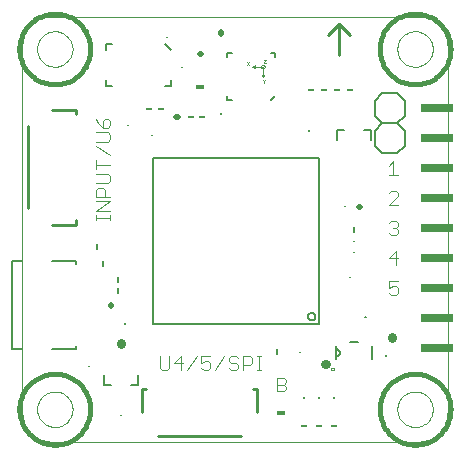
<source format=gto>
G75*
G70*
%OFA0B0*%
%FSLAX24Y24*%
%IPPOS*%
%LPD*%
%AMOC8*
5,1,8,0,0,1.08239X$1,22.5*
%
%ADD10C,0.0000*%
%ADD11C,0.0100*%
%ADD12C,0.0040*%
%ADD13C,0.0160*%
%ADD14C,0.0080*%
%ADD15C,0.0060*%
%ADD16C,0.0039*%
%ADD17C,0.0020*%
%ADD18C,0.0197*%
%ADD19C,0.0030*%
%ADD20R,0.1100X0.0250*%
%ADD21C,0.0295*%
%ADD22C,0.0050*%
%ADD23R,0.0236X0.0060*%
%ADD24R,0.0300X0.0180*%
%ADD25R,0.0060X0.0236*%
%ADD26R,0.0098X0.0098*%
D10*
X011483Y005999D02*
X011483Y018203D01*
X011485Y018265D01*
X011491Y018326D01*
X011500Y018387D01*
X011514Y018448D01*
X011531Y018507D01*
X011552Y018565D01*
X011577Y018622D01*
X011605Y018677D01*
X011636Y018730D01*
X011671Y018781D01*
X011709Y018830D01*
X011750Y018877D01*
X011793Y018920D01*
X011840Y018961D01*
X011889Y018999D01*
X011940Y019034D01*
X011993Y019065D01*
X012048Y019093D01*
X012105Y019118D01*
X012163Y019139D01*
X012222Y019156D01*
X012283Y019170D01*
X012344Y019179D01*
X012405Y019185D01*
X012467Y019187D01*
X012467Y019188D02*
X024672Y019188D01*
X024672Y019187D02*
X024734Y019185D01*
X024795Y019179D01*
X024856Y019170D01*
X024917Y019156D01*
X024976Y019139D01*
X025034Y019118D01*
X025091Y019093D01*
X025146Y019065D01*
X025199Y019034D01*
X025250Y018999D01*
X025299Y018961D01*
X025346Y018920D01*
X025389Y018877D01*
X025430Y018830D01*
X025468Y018781D01*
X025503Y018730D01*
X025534Y018677D01*
X025562Y018622D01*
X025587Y018565D01*
X025608Y018507D01*
X025625Y018448D01*
X025639Y018387D01*
X025648Y018326D01*
X025654Y018265D01*
X025656Y018203D01*
X025656Y005999D01*
X025654Y005937D01*
X025648Y005876D01*
X025639Y005815D01*
X025625Y005754D01*
X025608Y005695D01*
X025587Y005637D01*
X025562Y005580D01*
X025534Y005525D01*
X025503Y005472D01*
X025468Y005421D01*
X025430Y005372D01*
X025389Y005325D01*
X025346Y005282D01*
X025299Y005241D01*
X025250Y005203D01*
X025199Y005168D01*
X025146Y005137D01*
X025091Y005109D01*
X025034Y005084D01*
X024976Y005063D01*
X024917Y005046D01*
X024856Y005032D01*
X024795Y005023D01*
X024734Y005017D01*
X024672Y005015D01*
X024672Y005014D02*
X012467Y005014D01*
X012467Y005015D02*
X012405Y005017D01*
X012344Y005023D01*
X012283Y005032D01*
X012222Y005046D01*
X012163Y005063D01*
X012105Y005084D01*
X012048Y005109D01*
X011993Y005137D01*
X011940Y005168D01*
X011889Y005203D01*
X011840Y005241D01*
X011793Y005282D01*
X011750Y005325D01*
X011709Y005372D01*
X011671Y005421D01*
X011636Y005472D01*
X011605Y005525D01*
X011577Y005580D01*
X011552Y005637D01*
X011531Y005695D01*
X011514Y005754D01*
X011500Y005815D01*
X011491Y005876D01*
X011485Y005937D01*
X011483Y005999D01*
X011975Y006097D02*
X011977Y006145D01*
X011983Y006193D01*
X011993Y006240D01*
X012006Y006286D01*
X012024Y006331D01*
X012044Y006375D01*
X012069Y006417D01*
X012097Y006456D01*
X012127Y006493D01*
X012161Y006527D01*
X012198Y006559D01*
X012236Y006588D01*
X012277Y006613D01*
X012320Y006635D01*
X012365Y006653D01*
X012411Y006667D01*
X012458Y006678D01*
X012506Y006685D01*
X012554Y006688D01*
X012602Y006687D01*
X012650Y006682D01*
X012698Y006673D01*
X012744Y006661D01*
X012789Y006644D01*
X012833Y006624D01*
X012875Y006601D01*
X012915Y006574D01*
X012953Y006544D01*
X012988Y006511D01*
X013020Y006475D01*
X013050Y006437D01*
X013076Y006396D01*
X013098Y006353D01*
X013118Y006309D01*
X013133Y006264D01*
X013145Y006217D01*
X013153Y006169D01*
X013157Y006121D01*
X013157Y006073D01*
X013153Y006025D01*
X013145Y005977D01*
X013133Y005930D01*
X013118Y005885D01*
X013098Y005841D01*
X013076Y005798D01*
X013050Y005757D01*
X013020Y005719D01*
X012988Y005683D01*
X012953Y005650D01*
X012915Y005620D01*
X012875Y005593D01*
X012833Y005570D01*
X012789Y005550D01*
X012744Y005533D01*
X012698Y005521D01*
X012650Y005512D01*
X012602Y005507D01*
X012554Y005506D01*
X012506Y005509D01*
X012458Y005516D01*
X012411Y005527D01*
X012365Y005541D01*
X012320Y005559D01*
X012277Y005581D01*
X012236Y005606D01*
X012198Y005635D01*
X012161Y005667D01*
X012127Y005701D01*
X012097Y005738D01*
X012069Y005777D01*
X012044Y005819D01*
X012024Y005863D01*
X012006Y005908D01*
X011993Y005954D01*
X011983Y006001D01*
X011977Y006049D01*
X011975Y006097D01*
X023983Y006097D02*
X023985Y006145D01*
X023991Y006193D01*
X024001Y006240D01*
X024014Y006286D01*
X024032Y006331D01*
X024052Y006375D01*
X024077Y006417D01*
X024105Y006456D01*
X024135Y006493D01*
X024169Y006527D01*
X024206Y006559D01*
X024244Y006588D01*
X024285Y006613D01*
X024328Y006635D01*
X024373Y006653D01*
X024419Y006667D01*
X024466Y006678D01*
X024514Y006685D01*
X024562Y006688D01*
X024610Y006687D01*
X024658Y006682D01*
X024706Y006673D01*
X024752Y006661D01*
X024797Y006644D01*
X024841Y006624D01*
X024883Y006601D01*
X024923Y006574D01*
X024961Y006544D01*
X024996Y006511D01*
X025028Y006475D01*
X025058Y006437D01*
X025084Y006396D01*
X025106Y006353D01*
X025126Y006309D01*
X025141Y006264D01*
X025153Y006217D01*
X025161Y006169D01*
X025165Y006121D01*
X025165Y006073D01*
X025161Y006025D01*
X025153Y005977D01*
X025141Y005930D01*
X025126Y005885D01*
X025106Y005841D01*
X025084Y005798D01*
X025058Y005757D01*
X025028Y005719D01*
X024996Y005683D01*
X024961Y005650D01*
X024923Y005620D01*
X024883Y005593D01*
X024841Y005570D01*
X024797Y005550D01*
X024752Y005533D01*
X024706Y005521D01*
X024658Y005512D01*
X024610Y005507D01*
X024562Y005506D01*
X024514Y005509D01*
X024466Y005516D01*
X024419Y005527D01*
X024373Y005541D01*
X024328Y005559D01*
X024285Y005581D01*
X024244Y005606D01*
X024206Y005635D01*
X024169Y005667D01*
X024135Y005701D01*
X024105Y005738D01*
X024077Y005777D01*
X024052Y005819D01*
X024032Y005863D01*
X024014Y005908D01*
X024001Y005954D01*
X023991Y006001D01*
X023985Y006049D01*
X023983Y006097D01*
X023983Y018105D02*
X023985Y018153D01*
X023991Y018201D01*
X024001Y018248D01*
X024014Y018294D01*
X024032Y018339D01*
X024052Y018383D01*
X024077Y018425D01*
X024105Y018464D01*
X024135Y018501D01*
X024169Y018535D01*
X024206Y018567D01*
X024244Y018596D01*
X024285Y018621D01*
X024328Y018643D01*
X024373Y018661D01*
X024419Y018675D01*
X024466Y018686D01*
X024514Y018693D01*
X024562Y018696D01*
X024610Y018695D01*
X024658Y018690D01*
X024706Y018681D01*
X024752Y018669D01*
X024797Y018652D01*
X024841Y018632D01*
X024883Y018609D01*
X024923Y018582D01*
X024961Y018552D01*
X024996Y018519D01*
X025028Y018483D01*
X025058Y018445D01*
X025084Y018404D01*
X025106Y018361D01*
X025126Y018317D01*
X025141Y018272D01*
X025153Y018225D01*
X025161Y018177D01*
X025165Y018129D01*
X025165Y018081D01*
X025161Y018033D01*
X025153Y017985D01*
X025141Y017938D01*
X025126Y017893D01*
X025106Y017849D01*
X025084Y017806D01*
X025058Y017765D01*
X025028Y017727D01*
X024996Y017691D01*
X024961Y017658D01*
X024923Y017628D01*
X024883Y017601D01*
X024841Y017578D01*
X024797Y017558D01*
X024752Y017541D01*
X024706Y017529D01*
X024658Y017520D01*
X024610Y017515D01*
X024562Y017514D01*
X024514Y017517D01*
X024466Y017524D01*
X024419Y017535D01*
X024373Y017549D01*
X024328Y017567D01*
X024285Y017589D01*
X024244Y017614D01*
X024206Y017643D01*
X024169Y017675D01*
X024135Y017709D01*
X024105Y017746D01*
X024077Y017785D01*
X024052Y017827D01*
X024032Y017871D01*
X024014Y017916D01*
X024001Y017962D01*
X023991Y018009D01*
X023985Y018057D01*
X023983Y018105D01*
X011975Y018105D02*
X011977Y018153D01*
X011983Y018201D01*
X011993Y018248D01*
X012006Y018294D01*
X012024Y018339D01*
X012044Y018383D01*
X012069Y018425D01*
X012097Y018464D01*
X012127Y018501D01*
X012161Y018535D01*
X012198Y018567D01*
X012236Y018596D01*
X012277Y018621D01*
X012320Y018643D01*
X012365Y018661D01*
X012411Y018675D01*
X012458Y018686D01*
X012506Y018693D01*
X012554Y018696D01*
X012602Y018695D01*
X012650Y018690D01*
X012698Y018681D01*
X012744Y018669D01*
X012789Y018652D01*
X012833Y018632D01*
X012875Y018609D01*
X012915Y018582D01*
X012953Y018552D01*
X012988Y018519D01*
X013020Y018483D01*
X013050Y018445D01*
X013076Y018404D01*
X013098Y018361D01*
X013118Y018317D01*
X013133Y018272D01*
X013145Y018225D01*
X013153Y018177D01*
X013157Y018129D01*
X013157Y018081D01*
X013153Y018033D01*
X013145Y017985D01*
X013133Y017938D01*
X013118Y017893D01*
X013098Y017849D01*
X013076Y017806D01*
X013050Y017765D01*
X013020Y017727D01*
X012988Y017691D01*
X012953Y017658D01*
X012915Y017628D01*
X012875Y017601D01*
X012833Y017578D01*
X012789Y017558D01*
X012744Y017541D01*
X012698Y017529D01*
X012650Y017520D01*
X012602Y017515D01*
X012554Y017514D01*
X012506Y017517D01*
X012458Y017524D01*
X012411Y017535D01*
X012365Y017549D01*
X012320Y017567D01*
X012277Y017589D01*
X012236Y017614D01*
X012198Y017643D01*
X012161Y017675D01*
X012127Y017709D01*
X012097Y017746D01*
X012069Y017785D01*
X012044Y017827D01*
X012024Y017871D01*
X012006Y017916D01*
X011993Y017962D01*
X011983Y018009D01*
X011977Y018057D01*
X011975Y018105D01*
D11*
X012461Y016089D02*
X013258Y016089D01*
X013258Y015942D01*
X011684Y015549D02*
X011684Y012793D01*
X012461Y012252D02*
X013258Y012252D01*
X013258Y012399D01*
X015471Y006789D02*
X015618Y006789D01*
X015471Y006789D02*
X015471Y005992D01*
X016011Y005216D02*
X018767Y005216D01*
X019308Y005992D02*
X019308Y006789D01*
X019161Y006789D01*
X022046Y017921D02*
X022046Y018952D01*
X022421Y018577D01*
X022046Y018952D02*
X021671Y018577D01*
D12*
X023852Y014370D02*
X023852Y013909D01*
X023699Y013909D02*
X024006Y013909D01*
X023699Y014216D02*
X023852Y014370D01*
X023776Y013370D02*
X023699Y013293D01*
X023776Y013370D02*
X023929Y013370D01*
X024006Y013293D01*
X024006Y013216D01*
X023699Y012909D01*
X024006Y012909D01*
X023929Y012370D02*
X024006Y012293D01*
X024006Y012216D01*
X023929Y012140D01*
X024006Y012063D01*
X024006Y011986D01*
X023929Y011909D01*
X023776Y011909D01*
X023699Y011986D01*
X023852Y012140D02*
X023929Y012140D01*
X023929Y012370D02*
X023776Y012370D01*
X023699Y012293D01*
X023929Y011370D02*
X023699Y011140D01*
X024006Y011140D01*
X023929Y011370D02*
X023929Y010909D01*
X024006Y010370D02*
X023699Y010370D01*
X023699Y010140D01*
X023852Y010216D01*
X023929Y010216D01*
X024006Y010140D01*
X024006Y009986D01*
X023929Y009909D01*
X023776Y009909D01*
X023699Y009986D01*
X019442Y007870D02*
X019288Y007870D01*
X019365Y007870D02*
X019365Y007409D01*
X019288Y007409D02*
X019442Y007409D01*
X019135Y007640D02*
X019058Y007563D01*
X018828Y007563D01*
X018675Y007563D02*
X018675Y007486D01*
X018598Y007409D01*
X018444Y007409D01*
X018368Y007486D01*
X018444Y007640D02*
X018598Y007640D01*
X018675Y007563D01*
X018828Y007409D02*
X018828Y007870D01*
X019058Y007870D01*
X019135Y007793D01*
X019135Y007640D01*
X018675Y007793D02*
X018598Y007870D01*
X018444Y007870D01*
X018368Y007793D01*
X018368Y007716D01*
X018444Y007640D01*
X018214Y007870D02*
X017907Y007409D01*
X017754Y007486D02*
X017754Y007640D01*
X017677Y007716D01*
X017600Y007716D01*
X017447Y007640D01*
X017447Y007870D01*
X017754Y007870D01*
X017293Y007870D02*
X016986Y007409D01*
X016756Y007409D02*
X016756Y007870D01*
X016526Y007640D01*
X016833Y007640D01*
X017447Y007486D02*
X017524Y007409D01*
X017677Y007409D01*
X017754Y007486D01*
X016373Y007486D02*
X016373Y007870D01*
X016066Y007870D02*
X016066Y007486D01*
X016142Y007409D01*
X016296Y007409D01*
X016373Y007486D01*
X019972Y007151D02*
X019972Y006691D01*
X020202Y006691D01*
X020279Y006767D01*
X020279Y006844D01*
X020202Y006921D01*
X019972Y006921D01*
X019972Y007151D02*
X020202Y007151D01*
X020279Y007074D01*
X020279Y006998D01*
X020202Y006921D01*
X014401Y012411D02*
X014401Y012564D01*
X014401Y012488D02*
X013940Y012488D01*
X013940Y012564D02*
X013940Y012411D01*
X013940Y012718D02*
X014401Y013025D01*
X013940Y013025D01*
X013940Y013178D02*
X013940Y013408D01*
X014017Y013485D01*
X014170Y013485D01*
X014247Y013408D01*
X014247Y013178D01*
X014401Y013178D02*
X013940Y013178D01*
X013940Y012718D02*
X014401Y012718D01*
X014324Y013639D02*
X013940Y013639D01*
X013940Y013946D02*
X014324Y013946D01*
X014401Y013869D01*
X014401Y013715D01*
X014324Y013639D01*
X013940Y014099D02*
X013940Y014406D01*
X013940Y014253D02*
X014401Y014253D01*
X014401Y014559D02*
X013940Y014866D01*
X013940Y015020D02*
X014324Y015020D01*
X014401Y015097D01*
X014401Y015250D01*
X014324Y015327D01*
X013940Y015327D01*
X014170Y015480D02*
X014170Y015710D01*
X014247Y015787D01*
X014324Y015787D01*
X014401Y015710D01*
X014401Y015557D01*
X014324Y015480D01*
X014170Y015480D01*
X014017Y015634D01*
X013940Y015787D01*
D13*
X011385Y018105D02*
X011387Y018174D01*
X011393Y018242D01*
X011403Y018310D01*
X011417Y018377D01*
X011435Y018444D01*
X011456Y018509D01*
X011482Y018573D01*
X011511Y018635D01*
X011543Y018695D01*
X011579Y018754D01*
X011619Y018810D01*
X011661Y018864D01*
X011707Y018915D01*
X011756Y018964D01*
X011807Y019010D01*
X011861Y019052D01*
X011917Y019092D01*
X011975Y019128D01*
X012036Y019160D01*
X012098Y019189D01*
X012162Y019215D01*
X012227Y019236D01*
X012294Y019254D01*
X012361Y019268D01*
X012429Y019278D01*
X012497Y019284D01*
X012566Y019286D01*
X012635Y019284D01*
X012703Y019278D01*
X012771Y019268D01*
X012838Y019254D01*
X012905Y019236D01*
X012970Y019215D01*
X013034Y019189D01*
X013096Y019160D01*
X013156Y019128D01*
X013215Y019092D01*
X013271Y019052D01*
X013325Y019010D01*
X013376Y018964D01*
X013425Y018915D01*
X013471Y018864D01*
X013513Y018810D01*
X013553Y018754D01*
X013589Y018695D01*
X013621Y018635D01*
X013650Y018573D01*
X013676Y018509D01*
X013697Y018444D01*
X013715Y018377D01*
X013729Y018310D01*
X013739Y018242D01*
X013745Y018174D01*
X013747Y018105D01*
X013745Y018036D01*
X013739Y017968D01*
X013729Y017900D01*
X013715Y017833D01*
X013697Y017766D01*
X013676Y017701D01*
X013650Y017637D01*
X013621Y017575D01*
X013589Y017514D01*
X013553Y017456D01*
X013513Y017400D01*
X013471Y017346D01*
X013425Y017295D01*
X013376Y017246D01*
X013325Y017200D01*
X013271Y017158D01*
X013215Y017118D01*
X013157Y017082D01*
X013096Y017050D01*
X013034Y017021D01*
X012970Y016995D01*
X012905Y016974D01*
X012838Y016956D01*
X012771Y016942D01*
X012703Y016932D01*
X012635Y016926D01*
X012566Y016924D01*
X012497Y016926D01*
X012429Y016932D01*
X012361Y016942D01*
X012294Y016956D01*
X012227Y016974D01*
X012162Y016995D01*
X012098Y017021D01*
X012036Y017050D01*
X011975Y017082D01*
X011917Y017118D01*
X011861Y017158D01*
X011807Y017200D01*
X011756Y017246D01*
X011707Y017295D01*
X011661Y017346D01*
X011619Y017400D01*
X011579Y017456D01*
X011543Y017514D01*
X011511Y017575D01*
X011482Y017637D01*
X011456Y017701D01*
X011435Y017766D01*
X011417Y017833D01*
X011403Y017900D01*
X011393Y017968D01*
X011387Y018036D01*
X011385Y018105D01*
X023393Y018105D02*
X023395Y018174D01*
X023401Y018242D01*
X023411Y018310D01*
X023425Y018377D01*
X023443Y018444D01*
X023464Y018509D01*
X023490Y018573D01*
X023519Y018635D01*
X023551Y018695D01*
X023587Y018754D01*
X023627Y018810D01*
X023669Y018864D01*
X023715Y018915D01*
X023764Y018964D01*
X023815Y019010D01*
X023869Y019052D01*
X023925Y019092D01*
X023983Y019128D01*
X024044Y019160D01*
X024106Y019189D01*
X024170Y019215D01*
X024235Y019236D01*
X024302Y019254D01*
X024369Y019268D01*
X024437Y019278D01*
X024505Y019284D01*
X024574Y019286D01*
X024643Y019284D01*
X024711Y019278D01*
X024779Y019268D01*
X024846Y019254D01*
X024913Y019236D01*
X024978Y019215D01*
X025042Y019189D01*
X025104Y019160D01*
X025164Y019128D01*
X025223Y019092D01*
X025279Y019052D01*
X025333Y019010D01*
X025384Y018964D01*
X025433Y018915D01*
X025479Y018864D01*
X025521Y018810D01*
X025561Y018754D01*
X025597Y018695D01*
X025629Y018635D01*
X025658Y018573D01*
X025684Y018509D01*
X025705Y018444D01*
X025723Y018377D01*
X025737Y018310D01*
X025747Y018242D01*
X025753Y018174D01*
X025755Y018105D01*
X025753Y018036D01*
X025747Y017968D01*
X025737Y017900D01*
X025723Y017833D01*
X025705Y017766D01*
X025684Y017701D01*
X025658Y017637D01*
X025629Y017575D01*
X025597Y017514D01*
X025561Y017456D01*
X025521Y017400D01*
X025479Y017346D01*
X025433Y017295D01*
X025384Y017246D01*
X025333Y017200D01*
X025279Y017158D01*
X025223Y017118D01*
X025165Y017082D01*
X025104Y017050D01*
X025042Y017021D01*
X024978Y016995D01*
X024913Y016974D01*
X024846Y016956D01*
X024779Y016942D01*
X024711Y016932D01*
X024643Y016926D01*
X024574Y016924D01*
X024505Y016926D01*
X024437Y016932D01*
X024369Y016942D01*
X024302Y016956D01*
X024235Y016974D01*
X024170Y016995D01*
X024106Y017021D01*
X024044Y017050D01*
X023983Y017082D01*
X023925Y017118D01*
X023869Y017158D01*
X023815Y017200D01*
X023764Y017246D01*
X023715Y017295D01*
X023669Y017346D01*
X023627Y017400D01*
X023587Y017456D01*
X023551Y017514D01*
X023519Y017575D01*
X023490Y017637D01*
X023464Y017701D01*
X023443Y017766D01*
X023425Y017833D01*
X023411Y017900D01*
X023401Y017968D01*
X023395Y018036D01*
X023393Y018105D01*
X023393Y006097D02*
X023395Y006166D01*
X023401Y006234D01*
X023411Y006302D01*
X023425Y006369D01*
X023443Y006436D01*
X023464Y006501D01*
X023490Y006565D01*
X023519Y006627D01*
X023551Y006687D01*
X023587Y006746D01*
X023627Y006802D01*
X023669Y006856D01*
X023715Y006907D01*
X023764Y006956D01*
X023815Y007002D01*
X023869Y007044D01*
X023925Y007084D01*
X023983Y007120D01*
X024044Y007152D01*
X024106Y007181D01*
X024170Y007207D01*
X024235Y007228D01*
X024302Y007246D01*
X024369Y007260D01*
X024437Y007270D01*
X024505Y007276D01*
X024574Y007278D01*
X024643Y007276D01*
X024711Y007270D01*
X024779Y007260D01*
X024846Y007246D01*
X024913Y007228D01*
X024978Y007207D01*
X025042Y007181D01*
X025104Y007152D01*
X025164Y007120D01*
X025223Y007084D01*
X025279Y007044D01*
X025333Y007002D01*
X025384Y006956D01*
X025433Y006907D01*
X025479Y006856D01*
X025521Y006802D01*
X025561Y006746D01*
X025597Y006687D01*
X025629Y006627D01*
X025658Y006565D01*
X025684Y006501D01*
X025705Y006436D01*
X025723Y006369D01*
X025737Y006302D01*
X025747Y006234D01*
X025753Y006166D01*
X025755Y006097D01*
X025753Y006028D01*
X025747Y005960D01*
X025737Y005892D01*
X025723Y005825D01*
X025705Y005758D01*
X025684Y005693D01*
X025658Y005629D01*
X025629Y005567D01*
X025597Y005506D01*
X025561Y005448D01*
X025521Y005392D01*
X025479Y005338D01*
X025433Y005287D01*
X025384Y005238D01*
X025333Y005192D01*
X025279Y005150D01*
X025223Y005110D01*
X025165Y005074D01*
X025104Y005042D01*
X025042Y005013D01*
X024978Y004987D01*
X024913Y004966D01*
X024846Y004948D01*
X024779Y004934D01*
X024711Y004924D01*
X024643Y004918D01*
X024574Y004916D01*
X024505Y004918D01*
X024437Y004924D01*
X024369Y004934D01*
X024302Y004948D01*
X024235Y004966D01*
X024170Y004987D01*
X024106Y005013D01*
X024044Y005042D01*
X023983Y005074D01*
X023925Y005110D01*
X023869Y005150D01*
X023815Y005192D01*
X023764Y005238D01*
X023715Y005287D01*
X023669Y005338D01*
X023627Y005392D01*
X023587Y005448D01*
X023551Y005506D01*
X023519Y005567D01*
X023490Y005629D01*
X023464Y005693D01*
X023443Y005758D01*
X023425Y005825D01*
X023411Y005892D01*
X023401Y005960D01*
X023395Y006028D01*
X023393Y006097D01*
X011385Y006097D02*
X011387Y006166D01*
X011393Y006234D01*
X011403Y006302D01*
X011417Y006369D01*
X011435Y006436D01*
X011456Y006501D01*
X011482Y006565D01*
X011511Y006627D01*
X011543Y006687D01*
X011579Y006746D01*
X011619Y006802D01*
X011661Y006856D01*
X011707Y006907D01*
X011756Y006956D01*
X011807Y007002D01*
X011861Y007044D01*
X011917Y007084D01*
X011975Y007120D01*
X012036Y007152D01*
X012098Y007181D01*
X012162Y007207D01*
X012227Y007228D01*
X012294Y007246D01*
X012361Y007260D01*
X012429Y007270D01*
X012497Y007276D01*
X012566Y007278D01*
X012635Y007276D01*
X012703Y007270D01*
X012771Y007260D01*
X012838Y007246D01*
X012905Y007228D01*
X012970Y007207D01*
X013034Y007181D01*
X013096Y007152D01*
X013156Y007120D01*
X013215Y007084D01*
X013271Y007044D01*
X013325Y007002D01*
X013376Y006956D01*
X013425Y006907D01*
X013471Y006856D01*
X013513Y006802D01*
X013553Y006746D01*
X013589Y006687D01*
X013621Y006627D01*
X013650Y006565D01*
X013676Y006501D01*
X013697Y006436D01*
X013715Y006369D01*
X013729Y006302D01*
X013739Y006234D01*
X013745Y006166D01*
X013747Y006097D01*
X013745Y006028D01*
X013739Y005960D01*
X013729Y005892D01*
X013715Y005825D01*
X013697Y005758D01*
X013676Y005693D01*
X013650Y005629D01*
X013621Y005567D01*
X013589Y005506D01*
X013553Y005448D01*
X013513Y005392D01*
X013471Y005338D01*
X013425Y005287D01*
X013376Y005238D01*
X013325Y005192D01*
X013271Y005150D01*
X013215Y005110D01*
X013157Y005074D01*
X013096Y005042D01*
X013034Y005013D01*
X012970Y004987D01*
X012905Y004966D01*
X012838Y004948D01*
X012771Y004934D01*
X012703Y004924D01*
X012635Y004918D01*
X012566Y004916D01*
X012497Y004918D01*
X012429Y004924D01*
X012361Y004934D01*
X012294Y004948D01*
X012227Y004966D01*
X012162Y004987D01*
X012098Y005013D01*
X012036Y005042D01*
X011975Y005074D01*
X011917Y005110D01*
X011861Y005150D01*
X011807Y005192D01*
X011756Y005238D01*
X011707Y005287D01*
X011661Y005338D01*
X011619Y005392D01*
X011579Y005448D01*
X011543Y005506D01*
X011511Y005567D01*
X011482Y005629D01*
X011456Y005693D01*
X011435Y005758D01*
X011417Y005825D01*
X011403Y005892D01*
X011393Y005960D01*
X011387Y006028D01*
X011385Y006097D01*
D14*
X018321Y016414D02*
X018459Y016414D01*
X018321Y016414D02*
X018321Y016552D01*
X019758Y016414D02*
X019896Y016552D01*
X019896Y017851D02*
X019896Y017989D01*
X019758Y017989D01*
X018459Y017989D02*
X018321Y017989D01*
X018321Y017851D01*
X016441Y018069D02*
X016244Y018266D01*
X016441Y017085D02*
X016441Y016888D01*
X016244Y016888D01*
X014472Y016888D02*
X014275Y016888D01*
X014275Y017085D01*
X014275Y018069D02*
X014275Y018266D01*
X014472Y018266D01*
D15*
X016296Y018510D02*
X016296Y018518D01*
X016792Y017514D02*
X016800Y017514D01*
X018108Y015956D02*
X018108Y015948D01*
X015796Y015237D02*
X015796Y015229D01*
X015018Y015577D02*
X015010Y015577D01*
X021046Y015393D02*
X021046Y015385D01*
X021986Y015399D02*
X021986Y015079D01*
X021986Y015399D02*
X022206Y015399D01*
X022886Y015399D02*
X023106Y015399D01*
X023106Y015079D01*
X023233Y014889D02*
X023483Y014639D01*
X023983Y014639D01*
X024233Y014889D01*
X024233Y015389D01*
X023983Y015639D01*
X024233Y015889D01*
X024233Y016389D01*
X023983Y016639D01*
X023483Y016639D01*
X023233Y016389D01*
X023233Y015889D01*
X023483Y015639D01*
X023983Y015639D01*
X023483Y015639D02*
X023233Y015389D01*
X023233Y014889D01*
X022237Y012889D02*
X022229Y012889D01*
X022546Y011706D02*
X022546Y011698D01*
X022546Y011331D02*
X022546Y011323D01*
X022389Y010518D02*
X022389Y010510D01*
X022917Y009171D02*
X022925Y009171D01*
X022676Y008323D02*
X022416Y008323D01*
X021946Y008193D02*
X021946Y008103D01*
X021946Y007863D01*
X021946Y007773D01*
X021946Y007863D02*
X021967Y007865D01*
X021987Y007870D01*
X022006Y007879D01*
X022023Y007891D01*
X022038Y007906D01*
X022050Y007923D01*
X022059Y007942D01*
X022064Y007962D01*
X022066Y007983D01*
X022064Y008004D01*
X022059Y008024D01*
X022050Y008043D01*
X022038Y008060D01*
X022023Y008075D01*
X022006Y008087D01*
X021987Y008096D01*
X021967Y008101D01*
X021946Y008103D01*
X023146Y008193D02*
X023146Y007773D01*
X023608Y007885D02*
X023608Y007893D01*
X020733Y008010D02*
X020733Y008018D01*
X015324Y007230D02*
X015324Y006911D01*
X015105Y006911D01*
X014424Y006911D02*
X014205Y006911D01*
X014205Y007230D01*
X013702Y007542D02*
X013702Y007550D01*
X014921Y008948D02*
X014921Y008956D01*
X014768Y005921D02*
X014760Y005921D01*
D16*
X019502Y017163D02*
X019462Y017241D01*
X019541Y017241D01*
X019502Y017163D01*
X019502Y017517D01*
X019446Y017517D02*
X019448Y017531D01*
X019454Y017545D01*
X019462Y017557D01*
X019474Y017565D01*
X019488Y017571D01*
X019502Y017573D01*
X019516Y017571D01*
X019530Y017565D01*
X019542Y017557D01*
X019550Y017545D01*
X019556Y017531D01*
X019558Y017517D01*
X019556Y017503D01*
X019550Y017489D01*
X019542Y017477D01*
X019530Y017469D01*
X019516Y017463D01*
X019502Y017461D01*
X019488Y017463D01*
X019474Y017469D01*
X019462Y017477D01*
X019454Y017489D01*
X019448Y017503D01*
X019446Y017517D01*
X019502Y017517D02*
X019147Y017517D01*
X019226Y017477D01*
X019226Y017556D01*
X019147Y017517D01*
D17*
X019026Y017566D02*
X018961Y017664D01*
X019026Y017664D02*
X018961Y017566D01*
X019551Y017645D02*
X019617Y017645D01*
X019551Y017645D02*
X019551Y017661D01*
X019617Y017727D01*
X019617Y017743D01*
X019551Y017743D01*
X019577Y017074D02*
X019577Y017057D01*
X019545Y017025D01*
X019545Y016976D01*
X019545Y017025D02*
X019512Y017057D01*
X019512Y017074D01*
D18*
X017441Y017952D02*
X017401Y017952D01*
X018108Y018619D02*
X018108Y018659D01*
X016659Y015827D02*
X016619Y015827D01*
X022713Y012827D02*
X022753Y012827D01*
X014452Y009566D02*
X014452Y009526D01*
D19*
X021787Y007487D02*
X021866Y007487D01*
X021866Y007408D01*
X021787Y007408D01*
X021787Y007487D01*
D20*
X025308Y008139D03*
X025308Y009139D03*
X025308Y010139D03*
X025308Y011139D03*
X025308Y012139D03*
X025308Y013139D03*
X025308Y014139D03*
X025308Y015139D03*
X025308Y016139D03*
D21*
X023796Y008503D02*
X023796Y008463D01*
X021597Y007608D02*
X021557Y007608D01*
X014764Y008276D02*
X014764Y008316D01*
D22*
X015852Y008946D02*
X015852Y014458D01*
X021364Y014458D01*
X021364Y008946D01*
X015852Y008946D01*
X013270Y008199D02*
X013270Y008100D01*
X012463Y008100D01*
X011479Y008100D02*
X011132Y008100D01*
X011132Y011053D01*
X011479Y011053D01*
X012463Y011053D02*
X013270Y011053D01*
X013270Y010955D01*
X021003Y009190D02*
X021005Y009212D01*
X021011Y009233D01*
X021020Y009252D01*
X021033Y009270D01*
X021049Y009285D01*
X021067Y009297D01*
X021087Y009305D01*
X021108Y009310D01*
X021129Y009311D01*
X021151Y009308D01*
X021172Y009301D01*
X021191Y009291D01*
X021208Y009277D01*
X021222Y009261D01*
X021233Y009242D01*
X021241Y009222D01*
X021245Y009201D01*
X021245Y009179D01*
X021241Y009158D01*
X021233Y009138D01*
X021222Y009119D01*
X021208Y009103D01*
X021191Y009089D01*
X021172Y009079D01*
X021151Y009072D01*
X021129Y009069D01*
X021108Y009070D01*
X021087Y009075D01*
X021067Y009083D01*
X021049Y009095D01*
X021033Y009110D01*
X021020Y009128D01*
X021011Y009147D01*
X021005Y009168D01*
X021003Y009190D01*
D23*
X020858Y005546D03*
X021358Y005546D03*
X021858Y005546D03*
X017483Y015827D03*
X017108Y015827D03*
X016108Y016108D03*
X015702Y016108D03*
X021108Y016733D03*
X021546Y016733D03*
X021983Y016733D03*
X022421Y016733D03*
D24*
X017421Y016827D03*
X020108Y005983D03*
D25*
X019983Y008014D03*
X014671Y010046D03*
X014671Y010421D03*
X014171Y010952D03*
X013983Y011514D03*
X022546Y012077D03*
D26*
X021858Y006470D03*
X021358Y006470D03*
X020858Y006470D03*
M02*

</source>
